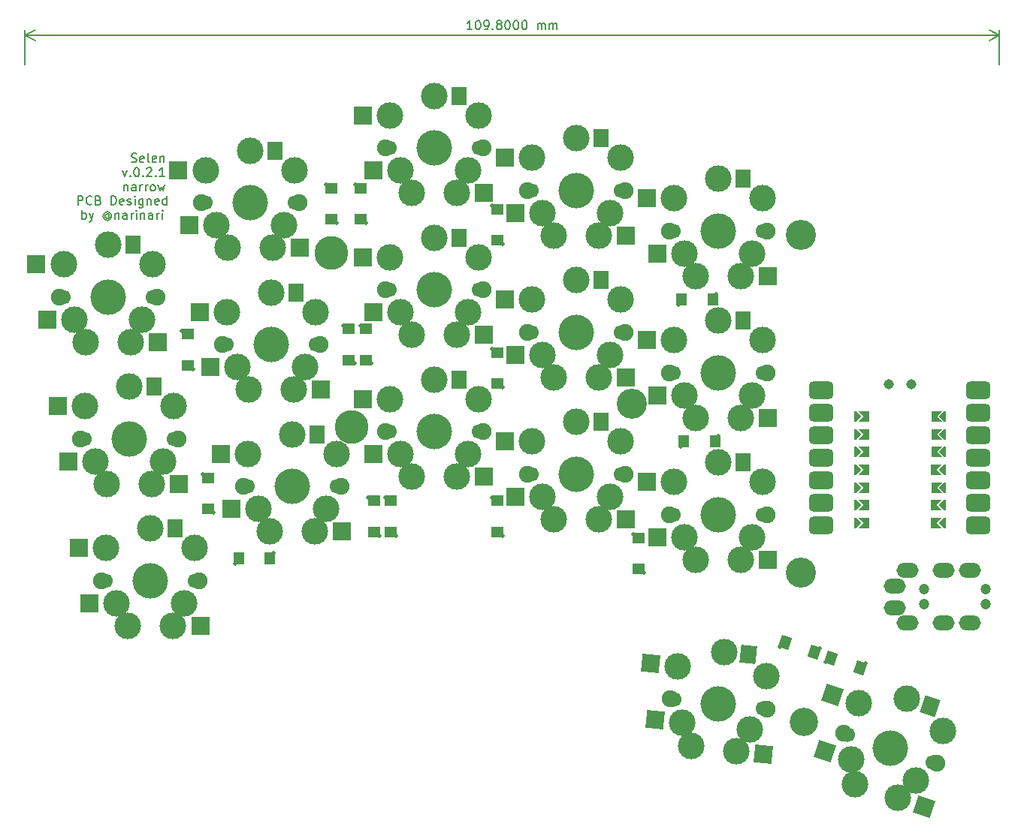
<source format=gts>
%TF.GenerationSoftware,KiCad,Pcbnew,(6.0.7)*%
%TF.CreationDate,2022-09-23T16:11:02+09:00*%
%TF.ProjectId,selen-full_narrow,73656c65-6e2d-4667-956c-6c5f6e617272,rev?*%
%TF.SameCoordinates,Original*%
%TF.FileFunction,Soldermask,Top*%
%TF.FilePolarity,Negative*%
%FSLAX46Y46*%
G04 Gerber Fmt 4.6, Leading zero omitted, Abs format (unit mm)*
G04 Created by KiCad (PCBNEW (6.0.7)) date 2022-09-23 16:11:02*
%MOMM*%
%LPD*%
G01*
G04 APERTURE LIST*
G04 Aperture macros list*
%AMRoundRect*
0 Rectangle with rounded corners*
0 $1 Rounding radius*
0 $2 $3 $4 $5 $6 $7 $8 $9 X,Y pos of 4 corners*
0 Add a 4 corners polygon primitive as box body*
4,1,4,$2,$3,$4,$5,$6,$7,$8,$9,$2,$3,0*
0 Add four circle primitives for the rounded corners*
1,1,$1+$1,$2,$3*
1,1,$1+$1,$4,$5*
1,1,$1+$1,$6,$7*
1,1,$1+$1,$8,$9*
0 Add four rect primitives between the rounded corners*
20,1,$1+$1,$2,$3,$4,$5,0*
20,1,$1+$1,$4,$5,$6,$7,0*
20,1,$1+$1,$6,$7,$8,$9,0*
20,1,$1+$1,$8,$9,$2,$3,0*%
%AMRotRect*
0 Rectangle, with rotation*
0 The origin of the aperture is its center*
0 $1 length*
0 $2 width*
0 $3 Rotation angle, in degrees counterclockwise*
0 Add horizontal line*
21,1,$1,$2,0,0,$3*%
%AMFreePoly0*
4,1,6,0.600000,0.200000,0.000000,-0.400000,-0.600000,0.200000,-0.600000,0.400000,0.600000,0.400000,0.600000,0.200000,0.600000,0.200000,$1*%
%AMFreePoly1*
4,1,6,0.600000,-0.250000,-0.600000,-0.250000,-0.600000,1.000000,0.000000,0.400000,0.600000,1.000000,0.600000,-0.250000,0.600000,-0.250000,$1*%
G04 Aperture macros list end*
%ADD10C,0.150000*%
%ADD11R,1.400000X1.200000*%
%ADD12C,0.500000*%
%ADD13RotRect,1.200000X1.400000X342.000000*%
%ADD14C,3.000000*%
%ADD15C,1.700000*%
%ADD16C,1.900000*%
%ADD17C,4.000000*%
%ADD18R,2.000000X2.000000*%
%ADD19R,1.800000X2.000000*%
%ADD20R,1.200000X1.400000*%
%ADD21C,3.800000*%
%ADD22RotRect,2.000000X2.000000X354.000000*%
%ADD23RotRect,1.800000X2.000000X354.000000*%
%ADD24C,3.400000*%
%ADD25RotRect,1.200000X1.400000X162.000000*%
%ADD26RotRect,2.000000X2.000000X342.000000*%
%ADD27RotRect,1.800000X2.000000X342.000000*%
%ADD28C,1.200000*%
%ADD29O,2.500000X1.700000*%
%ADD30RoundRect,0.499745X-0.874395X-0.499745X0.874395X-0.499745X0.874395X0.499745X-0.874395X0.499745X0*%
%ADD31FreePoly0,270.000000*%
%ADD32FreePoly0,90.000000*%
%ADD33FreePoly1,270.000000*%
%ADD34FreePoly1,90.000000*%
%ADD35C,1.143000*%
%ADD36C,3.200000*%
G04 APERTURE END LIST*
D10*
X108150000Y-76797380D02*
X108150000Y-75797380D01*
X108530952Y-75797380D01*
X108626190Y-75845000D01*
X108673809Y-75892619D01*
X108721428Y-75987857D01*
X108721428Y-76130714D01*
X108673809Y-76225952D01*
X108626190Y-76273571D01*
X108530952Y-76321190D01*
X108150000Y-76321190D01*
X109721428Y-76702142D02*
X109673809Y-76749761D01*
X109530952Y-76797380D01*
X109435714Y-76797380D01*
X109292857Y-76749761D01*
X109197619Y-76654523D01*
X109150000Y-76559285D01*
X109102380Y-76368809D01*
X109102380Y-76225952D01*
X109150000Y-76035476D01*
X109197619Y-75940238D01*
X109292857Y-75845000D01*
X109435714Y-75797380D01*
X109530952Y-75797380D01*
X109673809Y-75845000D01*
X109721428Y-75892619D01*
X110483333Y-76273571D02*
X110626190Y-76321190D01*
X110673809Y-76368809D01*
X110721428Y-76464047D01*
X110721428Y-76606904D01*
X110673809Y-76702142D01*
X110626190Y-76749761D01*
X110530952Y-76797380D01*
X110150000Y-76797380D01*
X110150000Y-75797380D01*
X110483333Y-75797380D01*
X110578571Y-75845000D01*
X110626190Y-75892619D01*
X110673809Y-75987857D01*
X110673809Y-76083095D01*
X110626190Y-76178333D01*
X110578571Y-76225952D01*
X110483333Y-76273571D01*
X110150000Y-76273571D01*
X111911904Y-76797380D02*
X111911904Y-75797380D01*
X112150000Y-75797380D01*
X112292857Y-75845000D01*
X112388095Y-75940238D01*
X112435714Y-76035476D01*
X112483333Y-76225952D01*
X112483333Y-76368809D01*
X112435714Y-76559285D01*
X112388095Y-76654523D01*
X112292857Y-76749761D01*
X112150000Y-76797380D01*
X111911904Y-76797380D01*
X113292857Y-76749761D02*
X113197619Y-76797380D01*
X113007142Y-76797380D01*
X112911904Y-76749761D01*
X112864285Y-76654523D01*
X112864285Y-76273571D01*
X112911904Y-76178333D01*
X113007142Y-76130714D01*
X113197619Y-76130714D01*
X113292857Y-76178333D01*
X113340476Y-76273571D01*
X113340476Y-76368809D01*
X112864285Y-76464047D01*
X113721428Y-76749761D02*
X113816666Y-76797380D01*
X114007142Y-76797380D01*
X114102380Y-76749761D01*
X114150000Y-76654523D01*
X114150000Y-76606904D01*
X114102380Y-76511666D01*
X114007142Y-76464047D01*
X113864285Y-76464047D01*
X113769047Y-76416428D01*
X113721428Y-76321190D01*
X113721428Y-76273571D01*
X113769047Y-76178333D01*
X113864285Y-76130714D01*
X114007142Y-76130714D01*
X114102380Y-76178333D01*
X114578571Y-76797380D02*
X114578571Y-76130714D01*
X114578571Y-75797380D02*
X114530952Y-75845000D01*
X114578571Y-75892619D01*
X114626190Y-75845000D01*
X114578571Y-75797380D01*
X114578571Y-75892619D01*
X115483333Y-76130714D02*
X115483333Y-76940238D01*
X115435714Y-77035476D01*
X115388095Y-77083095D01*
X115292857Y-77130714D01*
X115150000Y-77130714D01*
X115054761Y-77083095D01*
X115483333Y-76749761D02*
X115388095Y-76797380D01*
X115197619Y-76797380D01*
X115102380Y-76749761D01*
X115054761Y-76702142D01*
X115007142Y-76606904D01*
X115007142Y-76321190D01*
X115054761Y-76225952D01*
X115102380Y-76178333D01*
X115197619Y-76130714D01*
X115388095Y-76130714D01*
X115483333Y-76178333D01*
X115959523Y-76130714D02*
X115959523Y-76797380D01*
X115959523Y-76225952D02*
X116007142Y-76178333D01*
X116102380Y-76130714D01*
X116245238Y-76130714D01*
X116340476Y-76178333D01*
X116388095Y-76273571D01*
X116388095Y-76797380D01*
X117245238Y-76749761D02*
X117150000Y-76797380D01*
X116959523Y-76797380D01*
X116864285Y-76749761D01*
X116816666Y-76654523D01*
X116816666Y-76273571D01*
X116864285Y-76178333D01*
X116959523Y-76130714D01*
X117150000Y-76130714D01*
X117245238Y-76178333D01*
X117292857Y-76273571D01*
X117292857Y-76368809D01*
X116816666Y-76464047D01*
X118150000Y-76797380D02*
X118150000Y-75797380D01*
X118150000Y-76749761D02*
X118054761Y-76797380D01*
X117864285Y-76797380D01*
X117769047Y-76749761D01*
X117721428Y-76702142D01*
X117673809Y-76606904D01*
X117673809Y-76321190D01*
X117721428Y-76225952D01*
X117769047Y-76178333D01*
X117864285Y-76130714D01*
X118054761Y-76130714D01*
X118150000Y-76178333D01*
X108626190Y-78407380D02*
X108626190Y-77407380D01*
X108626190Y-77788333D02*
X108721428Y-77740714D01*
X108911904Y-77740714D01*
X109007142Y-77788333D01*
X109054761Y-77835952D01*
X109102380Y-77931190D01*
X109102380Y-78216904D01*
X109054761Y-78312142D01*
X109007142Y-78359761D01*
X108911904Y-78407380D01*
X108721428Y-78407380D01*
X108626190Y-78359761D01*
X109435714Y-77740714D02*
X109673809Y-78407380D01*
X109911904Y-77740714D02*
X109673809Y-78407380D01*
X109578571Y-78645476D01*
X109530952Y-78693095D01*
X109435714Y-78740714D01*
X111673809Y-77931190D02*
X111626190Y-77883571D01*
X111530952Y-77835952D01*
X111435714Y-77835952D01*
X111340476Y-77883571D01*
X111292857Y-77931190D01*
X111245238Y-78026428D01*
X111245238Y-78121666D01*
X111292857Y-78216904D01*
X111340476Y-78264523D01*
X111435714Y-78312142D01*
X111530952Y-78312142D01*
X111626190Y-78264523D01*
X111673809Y-78216904D01*
X111673809Y-77835952D02*
X111673809Y-78216904D01*
X111721428Y-78264523D01*
X111769047Y-78264523D01*
X111864285Y-78216904D01*
X111911904Y-78121666D01*
X111911904Y-77883571D01*
X111816666Y-77740714D01*
X111673809Y-77645476D01*
X111483333Y-77597857D01*
X111292857Y-77645476D01*
X111150000Y-77740714D01*
X111054761Y-77883571D01*
X111007142Y-78074047D01*
X111054761Y-78264523D01*
X111150000Y-78407380D01*
X111292857Y-78502619D01*
X111483333Y-78550238D01*
X111673809Y-78502619D01*
X111816666Y-78407380D01*
X112340476Y-77740714D02*
X112340476Y-78407380D01*
X112340476Y-77835952D02*
X112388095Y-77788333D01*
X112483333Y-77740714D01*
X112626190Y-77740714D01*
X112721428Y-77788333D01*
X112769047Y-77883571D01*
X112769047Y-78407380D01*
X113673809Y-78407380D02*
X113673809Y-77883571D01*
X113626190Y-77788333D01*
X113530952Y-77740714D01*
X113340476Y-77740714D01*
X113245238Y-77788333D01*
X113673809Y-78359761D02*
X113578571Y-78407380D01*
X113340476Y-78407380D01*
X113245238Y-78359761D01*
X113197619Y-78264523D01*
X113197619Y-78169285D01*
X113245238Y-78074047D01*
X113340476Y-78026428D01*
X113578571Y-78026428D01*
X113673809Y-77978809D01*
X114150000Y-78407380D02*
X114150000Y-77740714D01*
X114150000Y-77931190D02*
X114197619Y-77835952D01*
X114245238Y-77788333D01*
X114340476Y-77740714D01*
X114435714Y-77740714D01*
X114769047Y-78407380D02*
X114769047Y-77740714D01*
X114769047Y-77407380D02*
X114721428Y-77455000D01*
X114769047Y-77502619D01*
X114816666Y-77455000D01*
X114769047Y-77407380D01*
X114769047Y-77502619D01*
X115245238Y-77740714D02*
X115245238Y-78407380D01*
X115245238Y-77835952D02*
X115292857Y-77788333D01*
X115388095Y-77740714D01*
X115530952Y-77740714D01*
X115626190Y-77788333D01*
X115673809Y-77883571D01*
X115673809Y-78407380D01*
X116578571Y-78407380D02*
X116578571Y-77883571D01*
X116530952Y-77788333D01*
X116435714Y-77740714D01*
X116245238Y-77740714D01*
X116150000Y-77788333D01*
X116578571Y-78359761D02*
X116483333Y-78407380D01*
X116245238Y-78407380D01*
X116150000Y-78359761D01*
X116102380Y-78264523D01*
X116102380Y-78169285D01*
X116150000Y-78074047D01*
X116245238Y-78026428D01*
X116483333Y-78026428D01*
X116578571Y-77978809D01*
X117054761Y-78407380D02*
X117054761Y-77740714D01*
X117054761Y-77931190D02*
X117102380Y-77835952D01*
X117150000Y-77788333D01*
X117245238Y-77740714D01*
X117340476Y-77740714D01*
X117673809Y-78407380D02*
X117673809Y-77740714D01*
X117673809Y-77407380D02*
X117626190Y-77455000D01*
X117673809Y-77502619D01*
X117721428Y-77455000D01*
X117673809Y-77407380D01*
X117673809Y-77502619D01*
X114197738Y-71944761D02*
X114340595Y-71992380D01*
X114578690Y-71992380D01*
X114673928Y-71944761D01*
X114721547Y-71897142D01*
X114769166Y-71801904D01*
X114769166Y-71706666D01*
X114721547Y-71611428D01*
X114673928Y-71563809D01*
X114578690Y-71516190D01*
X114388214Y-71468571D01*
X114292976Y-71420952D01*
X114245357Y-71373333D01*
X114197738Y-71278095D01*
X114197738Y-71182857D01*
X114245357Y-71087619D01*
X114292976Y-71040000D01*
X114388214Y-70992380D01*
X114626309Y-70992380D01*
X114769166Y-71040000D01*
X115578690Y-71944761D02*
X115483452Y-71992380D01*
X115292976Y-71992380D01*
X115197738Y-71944761D01*
X115150119Y-71849523D01*
X115150119Y-71468571D01*
X115197738Y-71373333D01*
X115292976Y-71325714D01*
X115483452Y-71325714D01*
X115578690Y-71373333D01*
X115626309Y-71468571D01*
X115626309Y-71563809D01*
X115150119Y-71659047D01*
X116197738Y-71992380D02*
X116102500Y-71944761D01*
X116054880Y-71849523D01*
X116054880Y-70992380D01*
X116959642Y-71944761D02*
X116864404Y-71992380D01*
X116673928Y-71992380D01*
X116578690Y-71944761D01*
X116531071Y-71849523D01*
X116531071Y-71468571D01*
X116578690Y-71373333D01*
X116673928Y-71325714D01*
X116864404Y-71325714D01*
X116959642Y-71373333D01*
X117007261Y-71468571D01*
X117007261Y-71563809D01*
X116531071Y-71659047D01*
X117435833Y-71325714D02*
X117435833Y-71992380D01*
X117435833Y-71420952D02*
X117483452Y-71373333D01*
X117578690Y-71325714D01*
X117721547Y-71325714D01*
X117816785Y-71373333D01*
X117864404Y-71468571D01*
X117864404Y-71992380D01*
X113197738Y-72935714D02*
X113435833Y-73602380D01*
X113673928Y-72935714D01*
X114054880Y-73507142D02*
X114102500Y-73554761D01*
X114054880Y-73602380D01*
X114007261Y-73554761D01*
X114054880Y-73507142D01*
X114054880Y-73602380D01*
X114721547Y-72602380D02*
X114816785Y-72602380D01*
X114912023Y-72650000D01*
X114959642Y-72697619D01*
X115007261Y-72792857D01*
X115054880Y-72983333D01*
X115054880Y-73221428D01*
X115007261Y-73411904D01*
X114959642Y-73507142D01*
X114912023Y-73554761D01*
X114816785Y-73602380D01*
X114721547Y-73602380D01*
X114626309Y-73554761D01*
X114578690Y-73507142D01*
X114531071Y-73411904D01*
X114483452Y-73221428D01*
X114483452Y-72983333D01*
X114531071Y-72792857D01*
X114578690Y-72697619D01*
X114626309Y-72650000D01*
X114721547Y-72602380D01*
X115483452Y-73507142D02*
X115531071Y-73554761D01*
X115483452Y-73602380D01*
X115435833Y-73554761D01*
X115483452Y-73507142D01*
X115483452Y-73602380D01*
X115912023Y-72697619D02*
X115959642Y-72650000D01*
X116054880Y-72602380D01*
X116292976Y-72602380D01*
X116388214Y-72650000D01*
X116435833Y-72697619D01*
X116483452Y-72792857D01*
X116483452Y-72888095D01*
X116435833Y-73030952D01*
X115864404Y-73602380D01*
X116483452Y-73602380D01*
X116912023Y-73507142D02*
X116959642Y-73554761D01*
X116912023Y-73602380D01*
X116864404Y-73554761D01*
X116912023Y-73507142D01*
X116912023Y-73602380D01*
X117912023Y-73602380D02*
X117340595Y-73602380D01*
X117626309Y-73602380D02*
X117626309Y-72602380D01*
X117531071Y-72745238D01*
X117435833Y-72840476D01*
X117340595Y-72888095D01*
X113340595Y-74545714D02*
X113340595Y-75212380D01*
X113340595Y-74640952D02*
X113388214Y-74593333D01*
X113483452Y-74545714D01*
X113626309Y-74545714D01*
X113721547Y-74593333D01*
X113769166Y-74688571D01*
X113769166Y-75212380D01*
X114673928Y-75212380D02*
X114673928Y-74688571D01*
X114626309Y-74593333D01*
X114531071Y-74545714D01*
X114340595Y-74545714D01*
X114245357Y-74593333D01*
X114673928Y-75164761D02*
X114578690Y-75212380D01*
X114340595Y-75212380D01*
X114245357Y-75164761D01*
X114197738Y-75069523D01*
X114197738Y-74974285D01*
X114245357Y-74879047D01*
X114340595Y-74831428D01*
X114578690Y-74831428D01*
X114673928Y-74783809D01*
X115150119Y-75212380D02*
X115150119Y-74545714D01*
X115150119Y-74736190D02*
X115197738Y-74640952D01*
X115245357Y-74593333D01*
X115340595Y-74545714D01*
X115435833Y-74545714D01*
X115769166Y-75212380D02*
X115769166Y-74545714D01*
X115769166Y-74736190D02*
X115816785Y-74640952D01*
X115864404Y-74593333D01*
X115959642Y-74545714D01*
X116054880Y-74545714D01*
X116531071Y-75212380D02*
X116435833Y-75164761D01*
X116388214Y-75117142D01*
X116340595Y-75021904D01*
X116340595Y-74736190D01*
X116388214Y-74640952D01*
X116435833Y-74593333D01*
X116531071Y-74545714D01*
X116673928Y-74545714D01*
X116769166Y-74593333D01*
X116816785Y-74640952D01*
X116864404Y-74736190D01*
X116864404Y-75021904D01*
X116816785Y-75117142D01*
X116769166Y-75164761D01*
X116673928Y-75212380D01*
X116531071Y-75212380D01*
X117197738Y-74545714D02*
X117388214Y-75212380D01*
X117578690Y-74736190D01*
X117769166Y-75212380D01*
X117959642Y-74545714D01*
X152576190Y-57002380D02*
X152004761Y-57002380D01*
X152290476Y-57002380D02*
X152290476Y-56002380D01*
X152195238Y-56145238D01*
X152100000Y-56240476D01*
X152004761Y-56288095D01*
X153195238Y-56002380D02*
X153290476Y-56002380D01*
X153385714Y-56050000D01*
X153433333Y-56097619D01*
X153480952Y-56192857D01*
X153528571Y-56383333D01*
X153528571Y-56621428D01*
X153480952Y-56811904D01*
X153433333Y-56907142D01*
X153385714Y-56954761D01*
X153290476Y-57002380D01*
X153195238Y-57002380D01*
X153100000Y-56954761D01*
X153052380Y-56907142D01*
X153004761Y-56811904D01*
X152957142Y-56621428D01*
X152957142Y-56383333D01*
X153004761Y-56192857D01*
X153052380Y-56097619D01*
X153100000Y-56050000D01*
X153195238Y-56002380D01*
X154004761Y-57002380D02*
X154195238Y-57002380D01*
X154290476Y-56954761D01*
X154338095Y-56907142D01*
X154433333Y-56764285D01*
X154480952Y-56573809D01*
X154480952Y-56192857D01*
X154433333Y-56097619D01*
X154385714Y-56050000D01*
X154290476Y-56002380D01*
X154100000Y-56002380D01*
X154004761Y-56050000D01*
X153957142Y-56097619D01*
X153909523Y-56192857D01*
X153909523Y-56430952D01*
X153957142Y-56526190D01*
X154004761Y-56573809D01*
X154100000Y-56621428D01*
X154290476Y-56621428D01*
X154385714Y-56573809D01*
X154433333Y-56526190D01*
X154480952Y-56430952D01*
X154909523Y-56907142D02*
X154957142Y-56954761D01*
X154909523Y-57002380D01*
X154861904Y-56954761D01*
X154909523Y-56907142D01*
X154909523Y-57002380D01*
X155528571Y-56430952D02*
X155433333Y-56383333D01*
X155385714Y-56335714D01*
X155338095Y-56240476D01*
X155338095Y-56192857D01*
X155385714Y-56097619D01*
X155433333Y-56050000D01*
X155528571Y-56002380D01*
X155719047Y-56002380D01*
X155814285Y-56050000D01*
X155861904Y-56097619D01*
X155909523Y-56192857D01*
X155909523Y-56240476D01*
X155861904Y-56335714D01*
X155814285Y-56383333D01*
X155719047Y-56430952D01*
X155528571Y-56430952D01*
X155433333Y-56478571D01*
X155385714Y-56526190D01*
X155338095Y-56621428D01*
X155338095Y-56811904D01*
X155385714Y-56907142D01*
X155433333Y-56954761D01*
X155528571Y-57002380D01*
X155719047Y-57002380D01*
X155814285Y-56954761D01*
X155861904Y-56907142D01*
X155909523Y-56811904D01*
X155909523Y-56621428D01*
X155861904Y-56526190D01*
X155814285Y-56478571D01*
X155719047Y-56430952D01*
X156528571Y-56002380D02*
X156623809Y-56002380D01*
X156719047Y-56050000D01*
X156766666Y-56097619D01*
X156814285Y-56192857D01*
X156861904Y-56383333D01*
X156861904Y-56621428D01*
X156814285Y-56811904D01*
X156766666Y-56907142D01*
X156719047Y-56954761D01*
X156623809Y-57002380D01*
X156528571Y-57002380D01*
X156433333Y-56954761D01*
X156385714Y-56907142D01*
X156338095Y-56811904D01*
X156290476Y-56621428D01*
X156290476Y-56383333D01*
X156338095Y-56192857D01*
X156385714Y-56097619D01*
X156433333Y-56050000D01*
X156528571Y-56002380D01*
X157480952Y-56002380D02*
X157576190Y-56002380D01*
X157671428Y-56050000D01*
X157719047Y-56097619D01*
X157766666Y-56192857D01*
X157814285Y-56383333D01*
X157814285Y-56621428D01*
X157766666Y-56811904D01*
X157719047Y-56907142D01*
X157671428Y-56954761D01*
X157576190Y-57002380D01*
X157480952Y-57002380D01*
X157385714Y-56954761D01*
X157338095Y-56907142D01*
X157290476Y-56811904D01*
X157242857Y-56621428D01*
X157242857Y-56383333D01*
X157290476Y-56192857D01*
X157338095Y-56097619D01*
X157385714Y-56050000D01*
X157480952Y-56002380D01*
X158433333Y-56002380D02*
X158528571Y-56002380D01*
X158623809Y-56050000D01*
X158671428Y-56097619D01*
X158719047Y-56192857D01*
X158766666Y-56383333D01*
X158766666Y-56621428D01*
X158719047Y-56811904D01*
X158671428Y-56907142D01*
X158623809Y-56954761D01*
X158528571Y-57002380D01*
X158433333Y-57002380D01*
X158338095Y-56954761D01*
X158290476Y-56907142D01*
X158242857Y-56811904D01*
X158195238Y-56621428D01*
X158195238Y-56383333D01*
X158242857Y-56192857D01*
X158290476Y-56097619D01*
X158338095Y-56050000D01*
X158433333Y-56002380D01*
X159957142Y-57002380D02*
X159957142Y-56335714D01*
X159957142Y-56430952D02*
X160004761Y-56383333D01*
X160100000Y-56335714D01*
X160242857Y-56335714D01*
X160338095Y-56383333D01*
X160385714Y-56478571D01*
X160385714Y-57002380D01*
X160385714Y-56478571D02*
X160433333Y-56383333D01*
X160528571Y-56335714D01*
X160671428Y-56335714D01*
X160766666Y-56383333D01*
X160814285Y-56478571D01*
X160814285Y-57002380D01*
X161290476Y-57002380D02*
X161290476Y-56335714D01*
X161290476Y-56430952D02*
X161338095Y-56383333D01*
X161433333Y-56335714D01*
X161576190Y-56335714D01*
X161671428Y-56383333D01*
X161719047Y-56478571D01*
X161719047Y-57002380D01*
X161719047Y-56478571D02*
X161766666Y-56383333D01*
X161861904Y-56335714D01*
X162004761Y-56335714D01*
X162100000Y-56383333D01*
X162147619Y-56478571D01*
X162147619Y-57002380D01*
X212000000Y-61000000D02*
X212000000Y-57113580D01*
X102200000Y-61000000D02*
X102200000Y-57113580D01*
X212000000Y-57700000D02*
X102200000Y-57700000D01*
X212000000Y-57700000D02*
X102200000Y-57700000D01*
X212000000Y-57700000D02*
X210873496Y-57113579D01*
X212000000Y-57700000D02*
X210873496Y-58286421D01*
X102200000Y-57700000D02*
X103326504Y-58286421D01*
X102200000Y-57700000D02*
X103326504Y-57113579D01*
D11*
%TO.C,D9*%
X155448000Y-96950000D03*
D12*
X156048000Y-97350000D03*
X154848000Y-93050000D03*
D11*
X155448000Y-93450000D03*
%TD*%
%TO.C,D4*%
X155448000Y-80772000D03*
D12*
X156048000Y-81172000D03*
X154848000Y-76872000D03*
D11*
X155448000Y-77272000D03*
%TD*%
D12*
%TO.C,D12*%
X142100000Y-114100000D03*
D11*
X141500000Y-113700000D03*
X141500000Y-110200000D03*
D12*
X140900000Y-109800000D03*
%TD*%
%TO.C,D17*%
X192423469Y-128365467D03*
D13*
X192989302Y-127918440D03*
X196318000Y-129000000D03*
D12*
X196883833Y-128552972D03*
%TD*%
D14*
%TO.C,SW1*%
X109038000Y-92301500D03*
D15*
X116658000Y-87221500D03*
X106498000Y-87221500D03*
D14*
X107768000Y-89761500D03*
X106578000Y-83521500D03*
D16*
X117078000Y-87221500D03*
X106078000Y-87221500D03*
D14*
X115388000Y-89761500D03*
X111578000Y-81321500D03*
X114118000Y-92301500D03*
X116578000Y-83521500D03*
D17*
X111578000Y-87221500D03*
D18*
X103478000Y-83521500D03*
X117178000Y-92301500D03*
D19*
X114378000Y-81321500D03*
D18*
X104678000Y-89761500D03*
%TD*%
D14*
%TO.C,SW13*%
X145801000Y-107473750D03*
X148341000Y-96493750D03*
D17*
X148341000Y-102393750D03*
D14*
X153341000Y-98693750D03*
X143341000Y-98693750D03*
X152151000Y-104933750D03*
D16*
X142841000Y-102393750D03*
D15*
X143261000Y-102393750D03*
D14*
X144531000Y-104933750D03*
X150881000Y-107473750D03*
D15*
X153421000Y-102393750D03*
D16*
X153841000Y-102393750D03*
D18*
X153941000Y-107473750D03*
X140241000Y-98693750D03*
D19*
X151141000Y-96493750D03*
D18*
X141441000Y-104933750D03*
%TD*%
D12*
%TO.C,D15*%
X171950000Y-118250000D03*
D11*
X171350000Y-117850000D03*
D12*
X170750000Y-113950000D03*
D11*
X171350000Y-114350000D03*
%TD*%
D12*
%TO.C,D8*%
X141200000Y-94700000D03*
D11*
X140600000Y-94300000D03*
X140600000Y-90800000D03*
D12*
X140000000Y-90400000D03*
%TD*%
D14*
%TO.C,SW7*%
X134959750Y-88885000D03*
X127419750Y-97665000D03*
D16*
X135459750Y-92585000D03*
D15*
X124879750Y-92585000D03*
D14*
X129959750Y-86685000D03*
X124959750Y-88885000D03*
X126149750Y-95125000D03*
X132499750Y-97665000D03*
D17*
X129959750Y-92585000D03*
D16*
X124459750Y-92585000D03*
D14*
X133769750Y-95125000D03*
D15*
X135039750Y-92585000D03*
D18*
X121859750Y-88885000D03*
X135559750Y-97665000D03*
X123059750Y-95125000D03*
D19*
X132759750Y-86685000D03*
%TD*%
D12*
%TO.C,D11*%
X130200000Y-116100000D03*
D20*
X129800000Y-116700000D03*
D12*
X125900000Y-117300000D03*
D20*
X126300000Y-116700000D03*
%TD*%
D21*
%TO.C,REF\u002A\u002A*%
X136700000Y-82200000D03*
%TD*%
D14*
%TO.C,SW6*%
X118959750Y-99521500D03*
D16*
X108459750Y-103221500D03*
D15*
X119039750Y-103221500D03*
D14*
X108959750Y-99521500D03*
X110149750Y-105761500D03*
D17*
X113959750Y-103221500D03*
D14*
X111419750Y-108301500D03*
X117769750Y-105761500D03*
D16*
X119459750Y-103221500D03*
D14*
X116499750Y-108301500D03*
X113959750Y-97321500D03*
D15*
X108879750Y-103221500D03*
D18*
X119559750Y-108301500D03*
X105859750Y-99521500D03*
D19*
X116759750Y-97321500D03*
D18*
X107059750Y-105761500D03*
%TD*%
D17*
%TO.C,SW11*%
X116341000Y-119221250D03*
D15*
X121421000Y-119221250D03*
D14*
X118881000Y-124301250D03*
D16*
X110841000Y-119221250D03*
D14*
X120151000Y-121761250D03*
X111341000Y-115521250D03*
D15*
X111261000Y-119221250D03*
D16*
X121841000Y-119221250D03*
D14*
X112531000Y-121761250D03*
X116341000Y-113321250D03*
X121341000Y-115521250D03*
X113801000Y-124301250D03*
D18*
X108241000Y-115521250D03*
X121941000Y-124301250D03*
X109441000Y-121761250D03*
D19*
X119141000Y-113321250D03*
%TD*%
D16*
%TO.C,SW8*%
X142841000Y-86393750D03*
D14*
X153341000Y-82693750D03*
X150881000Y-91473750D03*
D17*
X148341000Y-86393750D03*
D14*
X148341000Y-80493750D03*
X152151000Y-88933750D03*
X143341000Y-82693750D03*
X144531000Y-88933750D03*
D15*
X143261000Y-86393750D03*
X153421000Y-86393750D03*
D14*
X145801000Y-91473750D03*
D16*
X153841000Y-86393750D03*
D18*
X140241000Y-82693750D03*
X153941000Y-91473750D03*
D19*
X151141000Y-80493750D03*
D18*
X141441000Y-88933750D03*
%TD*%
D16*
%TO.C,SW10*%
X174840000Y-95759750D03*
D14*
X184150000Y-98299750D03*
D15*
X185420000Y-95759750D03*
D17*
X180340000Y-95759750D03*
D16*
X185840000Y-95759750D03*
D14*
X175340000Y-92059750D03*
X180340000Y-89859750D03*
X176530000Y-98299750D03*
D15*
X175260000Y-95759750D03*
D14*
X185340000Y-92059750D03*
X177800000Y-100839750D03*
X182880000Y-100839750D03*
D18*
X172240000Y-92059750D03*
X185940000Y-100839750D03*
D19*
X183140000Y-89859750D03*
D18*
X173440000Y-98299750D03*
%TD*%
D15*
%TO.C,SW15*%
X185420000Y-111760000D03*
X175260000Y-111760000D03*
D14*
X185340000Y-108060000D03*
D16*
X185840000Y-111760000D03*
X174840000Y-111760000D03*
D14*
X180340000Y-105860000D03*
X176530000Y-114300000D03*
X177800000Y-116840000D03*
X175340000Y-108060000D03*
D17*
X180340000Y-111760000D03*
D14*
X184150000Y-114300000D03*
X182880000Y-116840000D03*
D18*
X172240000Y-108060000D03*
X185940000Y-116840000D03*
D19*
X183140000Y-105860000D03*
D18*
X173440000Y-114300000D03*
%TD*%
D15*
%TO.C,SW3*%
X143261000Y-70393750D03*
D14*
X153341000Y-66693750D03*
D16*
X142841000Y-70393750D03*
X153841000Y-70393750D03*
D15*
X153421000Y-70393750D03*
D14*
X148341000Y-64493750D03*
X145801000Y-75473750D03*
X144531000Y-72933750D03*
X150881000Y-75473750D03*
D17*
X148341000Y-70393750D03*
D14*
X152151000Y-72933750D03*
X143341000Y-66693750D03*
D18*
X140241000Y-66693750D03*
X153941000Y-75473750D03*
D19*
X151141000Y-64493750D03*
D18*
X141441000Y-72933750D03*
%TD*%
D15*
%TO.C,SW16*%
X175287829Y-132565577D03*
D14*
X176285369Y-135224414D03*
D16*
X174870130Y-132521675D03*
D17*
X180340000Y-133096582D03*
D14*
X180956718Y-127228903D03*
X183863626Y-136020921D03*
X185699365Y-129939493D03*
X177282910Y-137883251D03*
D15*
X185392171Y-133627587D03*
D16*
X185809870Y-133671489D03*
D14*
X182335081Y-138414256D03*
X175754146Y-128894209D03*
D22*
X172671128Y-128570170D03*
X185378318Y-138734113D03*
D23*
X183741379Y-127521583D03*
D22*
X173212297Y-134901421D03*
%TD*%
D11*
%TO.C,D3*%
X140000000Y-78400000D03*
D12*
X140600000Y-78800000D03*
D11*
X140000000Y-74900000D03*
D12*
X139400000Y-74500000D03*
%TD*%
%TO.C,D5*%
X180100000Y-86900000D03*
D20*
X179700000Y-87500000D03*
D12*
X175800000Y-88100000D03*
D20*
X176200000Y-87500000D03*
%TD*%
D11*
%TO.C,D1*%
X120500000Y-94900000D03*
D12*
X121100000Y-95300000D03*
X119900000Y-91000000D03*
D11*
X120500000Y-91400000D03*
%TD*%
D14*
%TO.C,SW2*%
X131388500Y-79125000D03*
X123768500Y-79125000D03*
X122578500Y-72885000D03*
D15*
X122498500Y-76585000D03*
D14*
X127578500Y-70685000D03*
D17*
X127578500Y-76585000D03*
D14*
X130118500Y-81665000D03*
X132578500Y-72885000D03*
D16*
X122078500Y-76585000D03*
D15*
X132658500Y-76585000D03*
D16*
X133078500Y-76585000D03*
D14*
X125038500Y-81665000D03*
D18*
X119478500Y-72885000D03*
X133178500Y-81665000D03*
D19*
X130378500Y-70685000D03*
D18*
X120678500Y-79125000D03*
%TD*%
D24*
%TO.C,REF\u002A\u002A*%
X170600000Y-99200000D03*
X189650000Y-118250000D03*
X189650000Y-80150000D03*
%TD*%
D15*
%TO.C,SW9*%
X169420500Y-91156250D03*
D17*
X164340500Y-91156250D03*
D14*
X168150500Y-93696250D03*
X166880500Y-96236250D03*
X161800500Y-96236250D03*
X164340500Y-85256250D03*
D16*
X158840500Y-91156250D03*
D14*
X160530500Y-93696250D03*
D15*
X159260500Y-91156250D03*
D14*
X159340500Y-87456250D03*
D16*
X169840500Y-91156250D03*
D14*
X169340500Y-87456250D03*
D18*
X169940500Y-96236250D03*
X156240500Y-87456250D03*
D19*
X167140500Y-85256250D03*
D18*
X157440500Y-93696250D03*
%TD*%
D14*
%TO.C,SW5*%
X182880000Y-84839750D03*
X184150000Y-82299750D03*
X175340000Y-76059750D03*
X177800000Y-84839750D03*
D15*
X175260000Y-79759750D03*
D16*
X185840000Y-79759750D03*
D17*
X180340000Y-79759750D03*
D16*
X174840000Y-79759750D03*
D14*
X176530000Y-82299750D03*
X185340000Y-76059750D03*
D15*
X185420000Y-79759750D03*
D14*
X180340000Y-73859750D03*
D18*
X185940000Y-84839750D03*
X172240000Y-76059750D03*
D19*
X183140000Y-73859750D03*
D18*
X173440000Y-82299750D03*
%TD*%
D25*
%TO.C,D16*%
X191184796Y-127275329D03*
D12*
X191750629Y-126828302D03*
D25*
X187856098Y-126193769D03*
D12*
X187290265Y-126640797D03*
%TD*%
D11*
%TO.C,D13*%
X143400000Y-113700000D03*
D12*
X144000000Y-114100000D03*
X142800000Y-109800000D03*
D11*
X143400000Y-110200000D03*
%TD*%
D20*
%TO.C,D10*%
X179950000Y-103500000D03*
D12*
X180350000Y-102900000D03*
D20*
X176450000Y-103500000D03*
D12*
X176050000Y-104100000D03*
%TD*%
D14*
%TO.C,SW17*%
X201548103Y-132501267D03*
X195316475Y-139350829D03*
D15*
X204556270Y-139682306D03*
D14*
X195739413Y-142158964D03*
X196112983Y-133048506D03*
X200570780Y-143728770D03*
D16*
X204955714Y-139812093D03*
D17*
X199724903Y-138112500D03*
D16*
X194494092Y-136412907D03*
D14*
X202563525Y-141705538D03*
D15*
X194893536Y-136542694D03*
D14*
X205623548Y-136138676D03*
D26*
X193164708Y-132090553D03*
X203481013Y-144674362D03*
D27*
X204211062Y-133366514D03*
D26*
X192377710Y-138395966D03*
%TD*%
D14*
%TO.C,SW12*%
X129801000Y-113665000D03*
D15*
X137421000Y-108585000D03*
D17*
X132341000Y-108585000D03*
D15*
X127261000Y-108585000D03*
D14*
X134881000Y-113665000D03*
X128531000Y-111125000D03*
D16*
X126841000Y-108585000D03*
D14*
X127341000Y-104885000D03*
X137341000Y-104885000D03*
X132341000Y-102685000D03*
D16*
X137841000Y-108585000D03*
D14*
X136151000Y-111125000D03*
D18*
X137941000Y-113665000D03*
X124241000Y-104885000D03*
X125441000Y-111125000D03*
D19*
X135141000Y-102685000D03*
%TD*%
D12*
%TO.C,D14*%
X156048000Y-114100000D03*
D11*
X155448000Y-113700000D03*
D12*
X154848000Y-109800000D03*
D11*
X155448000Y-110200000D03*
%TD*%
D28*
%TO.C,J1*%
X203484000Y-120125000D03*
X210484000Y-120125000D03*
X210484000Y-121875000D03*
X203484000Y-121875000D03*
D29*
X200184000Y-122225000D03*
X200184000Y-119775000D03*
X208684000Y-118025000D03*
X208684000Y-123975000D03*
X205684000Y-123975000D03*
X205684000Y-118025000D03*
X201684000Y-118025000D03*
X201684000Y-123975000D03*
%TD*%
D11*
%TO.C,D2*%
X136700000Y-78400000D03*
D12*
X137300000Y-78800000D03*
X136100000Y-74500000D03*
D11*
X136700000Y-74900000D03*
%TD*%
D21*
%TO.C,REF\u002A\u002A*%
X139000000Y-101854000D03*
%TD*%
D14*
%TO.C,SW14*%
X160530500Y-109696250D03*
D16*
X158840500Y-107156250D03*
D17*
X164340500Y-107156250D03*
D15*
X159260500Y-107156250D03*
D14*
X164340500Y-101256250D03*
X159340500Y-103456250D03*
X169340500Y-103456250D03*
D16*
X169840500Y-107156250D03*
D15*
X169420500Y-107156250D03*
D14*
X168150500Y-109696250D03*
X161800500Y-112236250D03*
X166880500Y-112236250D03*
D18*
X156240500Y-103456250D03*
X169940500Y-112236250D03*
X157440500Y-109696250D03*
D19*
X167140500Y-101256250D03*
%TD*%
D12*
%TO.C,D7*%
X139300000Y-94700000D03*
D11*
X138700000Y-94300000D03*
D12*
X138100000Y-90400000D03*
D11*
X138700000Y-90800000D03*
%TD*%
D16*
%TO.C,SW4*%
X169840500Y-75156250D03*
D14*
X168150500Y-77696250D03*
X164340500Y-69256250D03*
X159340500Y-71456250D03*
D15*
X169420500Y-75156250D03*
D17*
X164340500Y-75156250D03*
D15*
X159260500Y-75156250D03*
D14*
X169340500Y-71456250D03*
X160530500Y-77696250D03*
D16*
X158840500Y-75156250D03*
D14*
X161800500Y-80236250D03*
X166880500Y-80236250D03*
D18*
X169940500Y-80236250D03*
X156240500Y-71456250D03*
D19*
X167140500Y-69256250D03*
D18*
X157440500Y-77696250D03*
%TD*%
D30*
%TO.C,U1*%
X209588184Y-100271296D03*
X191921304Y-110431296D03*
D31*
X205588184Y-108687504D03*
D32*
X196088184Y-102687504D03*
D31*
X205588184Y-102687504D03*
D30*
X209588184Y-107891296D03*
X209588184Y-110431296D03*
X191921304Y-97731296D03*
D32*
X196088184Y-100687504D03*
X196088184Y-108687504D03*
D30*
X191921304Y-100271296D03*
D32*
X196088184Y-104687504D03*
D30*
X191921304Y-107891296D03*
X209588184Y-112971296D03*
D32*
X196063796Y-106687504D03*
D30*
X191921304Y-112971296D03*
D32*
X196088184Y-110687504D03*
X196063796Y-112687504D03*
D30*
X209588184Y-97731296D03*
D31*
X205563796Y-106687504D03*
D30*
X209588184Y-102811296D03*
X191921304Y-105351296D03*
X209588184Y-105351296D03*
D31*
X205563796Y-110687504D03*
X205588184Y-100687504D03*
X205588184Y-104687504D03*
X205563796Y-112687504D03*
D30*
X191921304Y-102811296D03*
D33*
X204588184Y-100687504D03*
X204588184Y-102687504D03*
X204588184Y-104687504D03*
X204563796Y-106687504D03*
X204588184Y-108687504D03*
X204563796Y-110687504D03*
X204563796Y-112687504D03*
D34*
X197063796Y-112687504D03*
X197088184Y-110687504D03*
X197088184Y-108687504D03*
X197063796Y-106687504D03*
X197088184Y-104687504D03*
X197088184Y-102687504D03*
X197088184Y-100687504D03*
D35*
X199536987Y-97044929D03*
X202076987Y-97044929D03*
%TD*%
D36*
%TO.C,REF\u002A\u002A*%
X189992000Y-135128000D03*
X189992000Y-135128000D03*
%TD*%
D11*
%TO.C,D6*%
X122800000Y-111100000D03*
D12*
X123400000Y-111500000D03*
D11*
X122800000Y-107600000D03*
D12*
X122200000Y-107200000D03*
%TD*%
M02*

</source>
